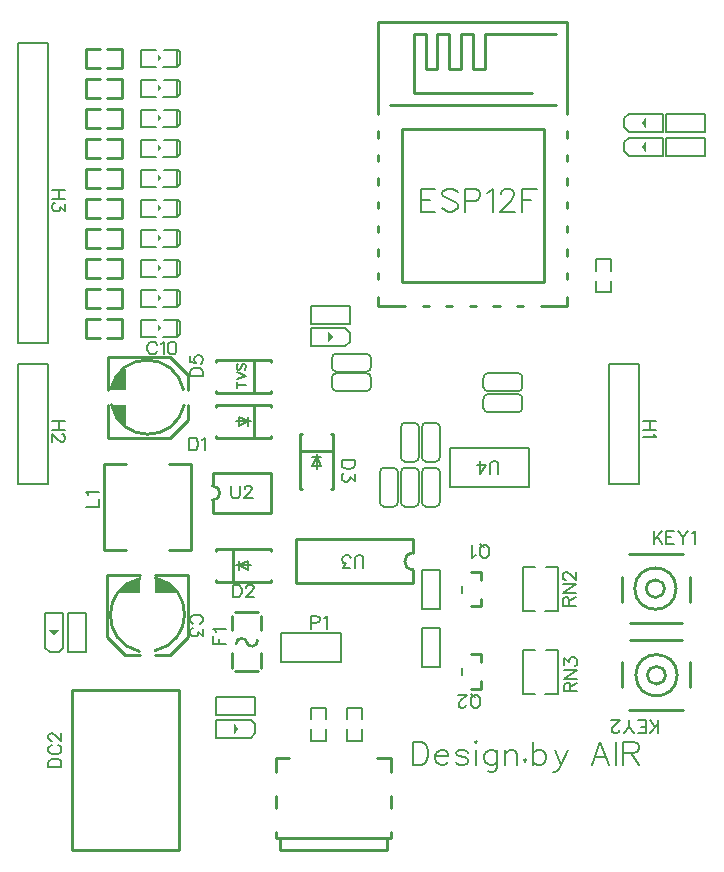
<source format=gto>
G04 Layer: TopSilkLayer*
G04 EasyEDA v6.4.19.4, 2021-06-08T16:32:54+08:00*
G04 a09ed18009a84ab5a87bbd9c58a990bc,2444bf6f38dc4a26b464d521983d9d6f,10*
G04 Gerber Generator version 0.2*
G04 Scale: 100 percent, Rotated: No, Reflected: No *
G04 Dimensions in millimeters *
G04 leading zeros omitted , absolute positions ,4 integer and 5 decimal *
%FSLAX45Y45*%
%MOMM*%

%ADD10C,0.2540*%
%ADD41C,0.1524*%
%ADD42C,0.2032*%
%ADD43C,0.1270*%
%ADD44C,0.2030*%
%ADD45C,0.1500*%
%ADD46C,0.2000*%
%ADD47C,0.2007*%

%LPD*%
D42*
X2501900Y-2919221D02*
G01*
X2501900Y-3113023D01*
X2501900Y-2919221D02*
G01*
X2566670Y-2919221D01*
X2594356Y-2928365D01*
X2612643Y-2946907D01*
X2622041Y-2965450D01*
X2631186Y-2993136D01*
X2631186Y-3039110D01*
X2622041Y-3067050D01*
X2612643Y-3085337D01*
X2594356Y-3103879D01*
X2566670Y-3113023D01*
X2501900Y-3113023D01*
X2692145Y-3039110D02*
G01*
X2802890Y-3039110D01*
X2802890Y-3020821D01*
X2793745Y-3002279D01*
X2784602Y-2993136D01*
X2766059Y-2983737D01*
X2738374Y-2983737D01*
X2719831Y-2993136D01*
X2701290Y-3011423D01*
X2692145Y-3039110D01*
X2692145Y-3057652D01*
X2701290Y-3085337D01*
X2719831Y-3103879D01*
X2738374Y-3113023D01*
X2766059Y-3113023D01*
X2784602Y-3103879D01*
X2802890Y-3085337D01*
X2965450Y-3011423D02*
G01*
X2956306Y-2993136D01*
X2928620Y-2983737D01*
X2900934Y-2983737D01*
X2873247Y-2993136D01*
X2863850Y-3011423D01*
X2873247Y-3029965D01*
X2891790Y-3039110D01*
X2937763Y-3048507D01*
X2956306Y-3057652D01*
X2965450Y-3076194D01*
X2965450Y-3085337D01*
X2956306Y-3103879D01*
X2928620Y-3113023D01*
X2900934Y-3113023D01*
X2873247Y-3103879D01*
X2863850Y-3085337D01*
X3026409Y-2919221D02*
G01*
X3035808Y-2928365D01*
X3044952Y-2919221D01*
X3035808Y-2909823D01*
X3026409Y-2919221D01*
X3035808Y-2983737D02*
G01*
X3035808Y-3113023D01*
X3216909Y-2983737D02*
G01*
X3216909Y-3131565D01*
X3207511Y-3159252D01*
X3198368Y-3168650D01*
X3179825Y-3177794D01*
X3152140Y-3177794D01*
X3133597Y-3168650D01*
X3216909Y-3011423D02*
G01*
X3198368Y-2993136D01*
X3179825Y-2983737D01*
X3152140Y-2983737D01*
X3133597Y-2993136D01*
X3115309Y-3011423D01*
X3105911Y-3039110D01*
X3105911Y-3057652D01*
X3115309Y-3085337D01*
X3133597Y-3103879D01*
X3152140Y-3113023D01*
X3179825Y-3113023D01*
X3198368Y-3103879D01*
X3216909Y-3085337D01*
X3277870Y-2983737D02*
G01*
X3277870Y-3113023D01*
X3277870Y-3020821D02*
G01*
X3305556Y-2993136D01*
X3323843Y-2983737D01*
X3351529Y-2983737D01*
X3370072Y-2993136D01*
X3379470Y-3020821D01*
X3379470Y-3113023D01*
X3449574Y-3067050D02*
G01*
X3440429Y-3076194D01*
X3449574Y-3085337D01*
X3458718Y-3076194D01*
X3449574Y-3067050D01*
X3519677Y-2919221D02*
G01*
X3519677Y-3113023D01*
X3519677Y-3011423D02*
G01*
X3538220Y-2993136D01*
X3556761Y-2983737D01*
X3584447Y-2983737D01*
X3602990Y-2993136D01*
X3621277Y-3011423D01*
X3630675Y-3039110D01*
X3630675Y-3057652D01*
X3621277Y-3085337D01*
X3602990Y-3103879D01*
X3584447Y-3113023D01*
X3556761Y-3113023D01*
X3538220Y-3103879D01*
X3519677Y-3085337D01*
X3700779Y-2983737D02*
G01*
X3756152Y-3113023D01*
X3811524Y-2983737D02*
G01*
X3756152Y-3113023D01*
X3737609Y-3150107D01*
X3719322Y-3168650D01*
X3700779Y-3177794D01*
X3691636Y-3177794D01*
X4088638Y-2919221D02*
G01*
X4014724Y-3113023D01*
X4088638Y-2919221D02*
G01*
X4162552Y-3113023D01*
X4042409Y-3048507D02*
G01*
X4134865Y-3048507D01*
X4223511Y-2919221D02*
G01*
X4223511Y-3113023D01*
X4284472Y-2919221D02*
G01*
X4284472Y-3113023D01*
X4284472Y-2919221D02*
G01*
X4367529Y-2919221D01*
X4395470Y-2928365D01*
X4404613Y-2937510D01*
X4413758Y-2956052D01*
X4413758Y-2974594D01*
X4404613Y-2993136D01*
X4395470Y-3002279D01*
X4367529Y-3011423D01*
X4284472Y-3011423D01*
X4349241Y-3011423D02*
G01*
X4413758Y-3113023D01*
D41*
X699008Y-1919478D02*
G01*
X709422Y-1914144D01*
X719836Y-1903729D01*
X724915Y-1893570D01*
X724915Y-1872742D01*
X719836Y-1862328D01*
X709422Y-1851913D01*
X699008Y-1846579D01*
X683259Y-1841500D01*
X657352Y-1841500D01*
X641858Y-1846579D01*
X631443Y-1851913D01*
X621029Y-1862328D01*
X615950Y-1872742D01*
X615950Y-1893570D01*
X621029Y-1903729D01*
X631443Y-1914144D01*
X641858Y-1919478D01*
X724915Y-1964181D02*
G01*
X724915Y-2021331D01*
X683259Y-1990089D01*
X683259Y-2005584D01*
X678179Y-2015997D01*
X673100Y-2021331D01*
X657352Y-2026412D01*
X646938Y-2026412D01*
X631443Y-2021331D01*
X621029Y-2010918D01*
X615950Y-1995170D01*
X615950Y-1979676D01*
X621029Y-1964181D01*
X626109Y-1958847D01*
X636524Y-1953768D01*
X331977Y445007D02*
G01*
X326643Y455421D01*
X316229Y465836D01*
X306070Y470915D01*
X285241Y470915D01*
X274827Y465836D01*
X264413Y455421D01*
X259079Y445007D01*
X254000Y429260D01*
X254000Y403352D01*
X259079Y387857D01*
X264413Y377444D01*
X274827Y367029D01*
X285241Y361950D01*
X306070Y361950D01*
X316229Y367029D01*
X326643Y377444D01*
X331977Y387857D01*
X366268Y450087D02*
G01*
X376681Y455421D01*
X392175Y470915D01*
X392175Y361950D01*
X457708Y470915D02*
G01*
X441959Y465836D01*
X431800Y450087D01*
X426465Y424179D01*
X426465Y408686D01*
X431800Y382523D01*
X441959Y367029D01*
X457708Y361950D01*
X468122Y361950D01*
X483615Y367029D01*
X494029Y382523D01*
X499109Y408686D01*
X499109Y424179D01*
X494029Y450087D01*
X483615Y465836D01*
X468122Y470915D01*
X457708Y470915D01*
X609600Y-341884D02*
G01*
X609600Y-450850D01*
X609600Y-341884D02*
G01*
X645922Y-341884D01*
X661670Y-346963D01*
X671829Y-357378D01*
X677163Y-367792D01*
X682243Y-383539D01*
X682243Y-409447D01*
X677163Y-424942D01*
X671829Y-435355D01*
X661670Y-445770D01*
X645922Y-450850D01*
X609600Y-450850D01*
X716534Y-362712D02*
G01*
X726947Y-357378D01*
X742695Y-341884D01*
X742695Y-450850D01*
X977900Y-1586484D02*
G01*
X977900Y-1695450D01*
X977900Y-1586484D02*
G01*
X1014222Y-1586484D01*
X1029970Y-1591563D01*
X1040129Y-1601978D01*
X1045463Y-1612392D01*
X1050543Y-1628139D01*
X1050543Y-1654047D01*
X1045463Y-1669542D01*
X1040129Y-1679955D01*
X1029970Y-1690370D01*
X1014222Y-1695450D01*
X977900Y-1695450D01*
X1090168Y-1612392D02*
G01*
X1090168Y-1607312D01*
X1095247Y-1596897D01*
X1100581Y-1591563D01*
X1110995Y-1586484D01*
X1131570Y-1586484D01*
X1141984Y-1591563D01*
X1147318Y-1596897D01*
X1152397Y-1607312D01*
X1152397Y-1617726D01*
X1147318Y-1628139D01*
X1136904Y-1643634D01*
X1084834Y-1695450D01*
X1157731Y-1695450D01*
X2007615Y-535939D02*
G01*
X1898650Y-535939D01*
X2007615Y-535939D02*
G01*
X2007615Y-572262D01*
X2002536Y-588010D01*
X1992122Y-598170D01*
X1981708Y-603504D01*
X1965959Y-608584D01*
X1940052Y-608584D01*
X1924558Y-603504D01*
X1914143Y-598170D01*
X1903729Y-588010D01*
X1898650Y-572262D01*
X1898650Y-535939D01*
X2007615Y-653287D02*
G01*
X2007615Y-710437D01*
X1965959Y-679450D01*
X1965959Y-694944D01*
X1960879Y-705357D01*
X1955800Y-710437D01*
X1940052Y-715771D01*
X1929638Y-715771D01*
X1914143Y-710437D01*
X1903729Y-700023D01*
X1898650Y-684529D01*
X1898650Y-669036D01*
X1903729Y-653287D01*
X1908809Y-648207D01*
X1919224Y-642873D01*
X615289Y177487D02*
G01*
X724255Y177487D01*
X615289Y177487D02*
G01*
X615289Y213809D01*
X620369Y229557D01*
X630783Y239717D01*
X641197Y245051D01*
X656945Y250131D01*
X682853Y250131D01*
X698347Y245051D01*
X708761Y239717D01*
X719175Y229557D01*
X724255Y213809D01*
X724255Y177487D01*
X615289Y346905D02*
G01*
X615289Y294835D01*
X662025Y289755D01*
X656945Y294835D01*
X651611Y310583D01*
X651611Y326077D01*
X656945Y341571D01*
X667105Y351985D01*
X682853Y357319D01*
X693267Y357319D01*
X708761Y351985D01*
X719175Y341571D01*
X724255Y326077D01*
X724255Y310583D01*
X719175Y294835D01*
X714095Y289755D01*
X703681Y284421D01*
D42*
X1011529Y101541D02*
G01*
X1087729Y101541D01*
X1011529Y76141D02*
G01*
X1011529Y127195D01*
X1011529Y151071D02*
G01*
X1087729Y180281D01*
X1011529Y209237D02*
G01*
X1087729Y180281D01*
X1022451Y284167D02*
G01*
X1015085Y276801D01*
X1011529Y266133D01*
X1011529Y251401D01*
X1015085Y240479D01*
X1022451Y233367D01*
X1029563Y233367D01*
X1036929Y236923D01*
X1040485Y240479D01*
X1044295Y247845D01*
X1051407Y269689D01*
X1055217Y276801D01*
X1058773Y280611D01*
X1066139Y284167D01*
X1076807Y284167D01*
X1084173Y276801D01*
X1087729Y266133D01*
X1087729Y251401D01*
X1084173Y240479D01*
X1076807Y233367D01*
D41*
X-583915Y-3132099D02*
G01*
X-474949Y-3132099D01*
X-583915Y-3132099D02*
G01*
X-583915Y-3095777D01*
X-578835Y-3080029D01*
X-568421Y-3069869D01*
X-558007Y-3064535D01*
X-542259Y-3059455D01*
X-516351Y-3059455D01*
X-500857Y-3064535D01*
X-490443Y-3069869D01*
X-480029Y-3080029D01*
X-474949Y-3095777D01*
X-474949Y-3132099D01*
X-558007Y-2947187D02*
G01*
X-568421Y-2952267D01*
X-578835Y-2962681D01*
X-583915Y-2973095D01*
X-583915Y-2993923D01*
X-578835Y-3004337D01*
X-568421Y-3014751D01*
X-558007Y-3019831D01*
X-542259Y-3025165D01*
X-516351Y-3025165D01*
X-500857Y-3019831D01*
X-490443Y-3014751D01*
X-480029Y-3004337D01*
X-474949Y-2993923D01*
X-474949Y-2973095D01*
X-480029Y-2962681D01*
X-490443Y-2952267D01*
X-500857Y-2947187D01*
X-558007Y-2907563D02*
G01*
X-563087Y-2907563D01*
X-573501Y-2902483D01*
X-578835Y-2897149D01*
X-583915Y-2886989D01*
X-583915Y-2866161D01*
X-578835Y-2855747D01*
X-573501Y-2850413D01*
X-563087Y-2845333D01*
X-552673Y-2845333D01*
X-542259Y-2850413D01*
X-526765Y-2860827D01*
X-474949Y-2912897D01*
X-474949Y-2839999D01*
X811784Y-2087892D02*
G01*
X920750Y-2087892D01*
X811784Y-2087892D02*
G01*
X811784Y-2020328D01*
X863600Y-2087892D02*
G01*
X863600Y-2046236D01*
X832611Y-1986038D02*
G01*
X827277Y-1975624D01*
X811784Y-1960130D01*
X920750Y-1960130D01*
X4560315Y-203200D02*
G01*
X4451350Y-203200D01*
X4560315Y-275844D02*
G01*
X4451350Y-275844D01*
X4508500Y-203200D02*
G01*
X4508500Y-275844D01*
X4539488Y-310134D02*
G01*
X4544822Y-320547D01*
X4560315Y-336295D01*
X4451350Y-336295D01*
X-443484Y-203200D02*
G01*
X-552450Y-203200D01*
X-443484Y-275844D02*
G01*
X-552450Y-275844D01*
X-495300Y-203200D02*
G01*
X-495300Y-275844D01*
X-469392Y-315468D02*
G01*
X-464312Y-315468D01*
X-453897Y-320547D01*
X-448563Y-325881D01*
X-443484Y-336295D01*
X-443484Y-356870D01*
X-448563Y-367284D01*
X-453897Y-372618D01*
X-464312Y-377697D01*
X-474726Y-377697D01*
X-485139Y-372618D01*
X-500634Y-362204D01*
X-552450Y-310134D01*
X-552450Y-383031D01*
X-443484Y1752600D02*
G01*
X-552450Y1752600D01*
X-443484Y1679955D02*
G01*
X-552450Y1679955D01*
X-495300Y1752600D02*
G01*
X-495300Y1679955D01*
X-443484Y1635252D02*
G01*
X-443484Y1578102D01*
X-485139Y1609089D01*
X-485139Y1593595D01*
X-490220Y1583181D01*
X-495300Y1578102D01*
X-511047Y1572768D01*
X-521462Y1572768D01*
X-536955Y1578102D01*
X-547370Y1588515D01*
X-552450Y1604010D01*
X-552450Y1619504D01*
X-547370Y1635252D01*
X-542289Y1640331D01*
X-531876Y1645665D01*
X4539106Y-1132890D02*
G01*
X4539106Y-1241856D01*
X4611750Y-1132890D02*
G01*
X4539106Y-1205534D01*
X4565015Y-1179626D02*
G01*
X4611750Y-1241856D01*
X4646040Y-1132890D02*
G01*
X4646040Y-1241856D01*
X4646040Y-1132890D02*
G01*
X4713604Y-1132890D01*
X4646040Y-1184706D02*
G01*
X4687697Y-1184706D01*
X4646040Y-1241856D02*
G01*
X4713604Y-1241856D01*
X4747895Y-1132890D02*
G01*
X4789550Y-1184706D01*
X4789550Y-1241856D01*
X4831206Y-1132890D02*
G01*
X4789550Y-1184706D01*
X4865497Y-1153718D02*
G01*
X4875656Y-1148384D01*
X4891404Y-1132890D01*
X4891404Y-1241856D01*
X4579493Y-2842209D02*
G01*
X4579493Y-2733243D01*
X4506849Y-2842209D02*
G01*
X4579493Y-2769565D01*
X4553584Y-2795473D02*
G01*
X4506849Y-2733243D01*
X4472559Y-2842209D02*
G01*
X4472559Y-2733243D01*
X4472559Y-2842209D02*
G01*
X4404995Y-2842209D01*
X4472559Y-2790393D02*
G01*
X4430902Y-2790393D01*
X4472559Y-2733243D02*
G01*
X4404995Y-2733243D01*
X4370704Y-2842209D02*
G01*
X4329049Y-2790393D01*
X4329049Y-2733243D01*
X4287393Y-2842209D02*
G01*
X4329049Y-2790393D01*
X4248022Y-2816301D02*
G01*
X4248022Y-2821381D01*
X4242943Y-2831795D01*
X4237609Y-2837129D01*
X4227195Y-2842209D01*
X4206366Y-2842209D01*
X4195952Y-2837129D01*
X4190872Y-2831795D01*
X4185793Y-2821381D01*
X4185793Y-2810967D01*
X4190872Y-2800553D01*
X4201286Y-2785059D01*
X4253102Y-2733243D01*
X4180459Y-2733243D01*
X-267715Y-927100D02*
G01*
X-158750Y-927100D01*
X-158750Y-927100D02*
G01*
X-158750Y-864870D01*
X-246887Y-830579D02*
G01*
X-252221Y-820165D01*
X-267715Y-804418D01*
X-158750Y-804418D01*
X1638300Y-1853184D02*
G01*
X1638300Y-1962150D01*
X1638300Y-1853184D02*
G01*
X1685036Y-1853184D01*
X1700529Y-1858263D01*
X1705863Y-1863597D01*
X1710943Y-1874012D01*
X1710943Y-1889505D01*
X1705863Y-1899920D01*
X1700529Y-1905000D01*
X1685036Y-1910334D01*
X1638300Y-1910334D01*
X1745234Y-1874012D02*
G01*
X1755647Y-1868678D01*
X1771395Y-1853184D01*
X1771395Y-1962150D01*
X3118358Y-1359915D02*
G01*
X3128772Y-1354836D01*
X3139186Y-1344421D01*
X3144520Y-1334007D01*
X3149600Y-1318260D01*
X3149600Y-1292352D01*
X3144520Y-1276857D01*
X3139186Y-1266444D01*
X3128772Y-1256029D01*
X3118358Y-1250950D01*
X3097529Y-1250950D01*
X3087370Y-1256029D01*
X3076956Y-1266444D01*
X3071622Y-1276857D01*
X3066541Y-1292352D01*
X3066541Y-1318260D01*
X3071622Y-1334007D01*
X3076956Y-1344421D01*
X3087370Y-1354836D01*
X3097529Y-1359915D01*
X3118358Y-1359915D01*
X3102863Y-1271523D02*
G01*
X3071622Y-1240536D01*
X3032252Y-1339087D02*
G01*
X3021838Y-1344421D01*
X3006090Y-1359915D01*
X3006090Y-1250950D01*
X3042158Y-2629915D02*
G01*
X3052572Y-2624836D01*
X3062986Y-2614421D01*
X3068320Y-2604007D01*
X3073400Y-2588260D01*
X3073400Y-2562352D01*
X3068320Y-2546857D01*
X3062986Y-2536444D01*
X3052572Y-2526029D01*
X3042158Y-2520950D01*
X3021329Y-2520950D01*
X3011170Y-2526029D01*
X3000756Y-2536444D01*
X2995422Y-2546857D01*
X2990341Y-2562352D01*
X2990341Y-2588260D01*
X2995422Y-2604007D01*
X3000756Y-2614421D01*
X3011170Y-2624836D01*
X3021329Y-2629915D01*
X3042158Y-2629915D01*
X3026663Y-2541523D02*
G01*
X2995422Y-2510536D01*
X2950718Y-2604007D02*
G01*
X2950718Y-2609087D01*
X2945638Y-2619502D01*
X2940304Y-2624836D01*
X2929890Y-2629915D01*
X2909315Y-2629915D01*
X2898902Y-2624836D01*
X2893568Y-2619502D01*
X2888488Y-2609087D01*
X2888488Y-2598673D01*
X2893568Y-2588260D01*
X2903981Y-2572765D01*
X2956052Y-2520950D01*
X2883154Y-2520950D01*
X3770884Y-1765300D02*
G01*
X3879850Y-1765300D01*
X3770884Y-1765300D02*
G01*
X3770884Y-1718563D01*
X3775963Y-1703070D01*
X3781297Y-1697736D01*
X3791711Y-1692655D01*
X3802125Y-1692655D01*
X3812540Y-1697736D01*
X3817620Y-1703070D01*
X3822700Y-1718563D01*
X3822700Y-1765300D01*
X3822700Y-1728978D02*
G01*
X3879850Y-1692655D01*
X3770884Y-1658365D02*
G01*
X3879850Y-1658365D01*
X3770884Y-1658365D02*
G01*
X3879850Y-1585468D01*
X3770884Y-1585468D02*
G01*
X3879850Y-1585468D01*
X3796791Y-1546097D02*
G01*
X3791711Y-1546097D01*
X3781297Y-1540763D01*
X3775963Y-1535684D01*
X3770884Y-1525270D01*
X3770884Y-1504442D01*
X3775963Y-1494028D01*
X3781297Y-1488947D01*
X3791711Y-1483613D01*
X3802125Y-1483613D01*
X3812540Y-1488947D01*
X3828034Y-1499362D01*
X3879850Y-1551178D01*
X3879850Y-1478534D01*
X3783584Y-2489200D02*
G01*
X3892550Y-2489200D01*
X3783584Y-2489200D02*
G01*
X3783584Y-2442463D01*
X3788663Y-2426970D01*
X3793997Y-2421636D01*
X3804411Y-2416555D01*
X3814825Y-2416555D01*
X3825240Y-2421636D01*
X3830320Y-2426970D01*
X3835400Y-2442463D01*
X3835400Y-2489200D01*
X3835400Y-2452878D02*
G01*
X3892550Y-2416555D01*
X3783584Y-2382265D02*
G01*
X3892550Y-2382265D01*
X3783584Y-2382265D02*
G01*
X3892550Y-2309368D01*
X3783584Y-2309368D02*
G01*
X3892550Y-2309368D01*
X3783584Y-2264663D02*
G01*
X3783584Y-2207513D01*
X3825240Y-2238755D01*
X3825240Y-2223262D01*
X3830320Y-2212847D01*
X3835400Y-2207513D01*
X3851147Y-2202434D01*
X3861561Y-2202434D01*
X3877056Y-2207513D01*
X3887470Y-2217928D01*
X3892550Y-2233676D01*
X3892550Y-2249170D01*
X3887470Y-2264663D01*
X3882390Y-2269997D01*
X3871975Y-2275078D01*
D42*
X2569921Y1765132D02*
G01*
X2569921Y1571330D01*
X2569921Y1765132D02*
G01*
X2689809Y1765132D01*
X2569921Y1672930D02*
G01*
X2643581Y1672930D01*
X2569921Y1571330D02*
G01*
X2689809Y1571330D01*
X2880055Y1737446D02*
G01*
X2861767Y1755988D01*
X2834081Y1765132D01*
X2796997Y1765132D01*
X2769311Y1755988D01*
X2750769Y1737446D01*
X2750769Y1719158D01*
X2760167Y1700616D01*
X2769311Y1691472D01*
X2787853Y1682074D01*
X2843225Y1663532D01*
X2861767Y1654388D01*
X2870911Y1645244D01*
X2880055Y1626702D01*
X2880055Y1599016D01*
X2861767Y1580474D01*
X2834081Y1571330D01*
X2796997Y1571330D01*
X2769311Y1580474D01*
X2750769Y1599016D01*
X2941015Y1765132D02*
G01*
X2941015Y1571330D01*
X2941015Y1765132D02*
G01*
X3024327Y1765132D01*
X3052013Y1755988D01*
X3061157Y1746844D01*
X3070301Y1728302D01*
X3070301Y1700616D01*
X3061157Y1682074D01*
X3052013Y1672930D01*
X3024327Y1663532D01*
X2941015Y1663532D01*
X3131261Y1728302D02*
G01*
X3149803Y1737446D01*
X3177489Y1765132D01*
X3177489Y1571330D01*
X3247847Y1719158D02*
G01*
X3247847Y1728302D01*
X3256991Y1746844D01*
X3266135Y1755988D01*
X3284677Y1765132D01*
X3321761Y1765132D01*
X3340049Y1755988D01*
X3349447Y1746844D01*
X3358591Y1728302D01*
X3358591Y1709760D01*
X3349447Y1691472D01*
X3330905Y1663532D01*
X3238449Y1571330D01*
X3367735Y1571330D01*
X3428695Y1765132D02*
G01*
X3428695Y1571330D01*
X3428695Y1765132D02*
G01*
X3548837Y1765132D01*
X3428695Y1672930D02*
G01*
X3502609Y1672930D01*
D41*
X965200Y-748284D02*
G01*
X965200Y-826262D01*
X970279Y-841755D01*
X980693Y-852170D01*
X996441Y-857250D01*
X1006856Y-857250D01*
X1022350Y-852170D01*
X1032763Y-841755D01*
X1037843Y-826262D01*
X1037843Y-748284D01*
X1077468Y-774192D02*
G01*
X1077468Y-769112D01*
X1082547Y-758697D01*
X1087881Y-753363D01*
X1098295Y-748284D01*
X1118870Y-748284D01*
X1129284Y-753363D01*
X1134618Y-758697D01*
X1139697Y-769112D01*
X1139697Y-779526D01*
X1134618Y-789939D01*
X1124204Y-805434D01*
X1072134Y-857250D01*
X1145031Y-857250D01*
X2082800Y-1448815D02*
G01*
X2082800Y-1370837D01*
X2077720Y-1355344D01*
X2067306Y-1344929D01*
X2051558Y-1339850D01*
X2041143Y-1339850D01*
X2025650Y-1344929D01*
X2015236Y-1355344D01*
X2010156Y-1370837D01*
X2010156Y-1448815D01*
X1965452Y-1448815D02*
G01*
X1908302Y-1448815D01*
X1939290Y-1407160D01*
X1923795Y-1407160D01*
X1913381Y-1402079D01*
X1908302Y-1397000D01*
X1902968Y-1381252D01*
X1902968Y-1370837D01*
X1908302Y-1355344D01*
X1918715Y-1344929D01*
X1934209Y-1339850D01*
X1949704Y-1339850D01*
X1965452Y-1344929D01*
X1970531Y-1350010D01*
X1975865Y-1360423D01*
X3225800Y-648715D02*
G01*
X3225800Y-570737D01*
X3220720Y-555244D01*
X3210306Y-544829D01*
X3194558Y-539750D01*
X3184143Y-539750D01*
X3168650Y-544829D01*
X3158236Y-555244D01*
X3153156Y-570737D01*
X3153156Y-648715D01*
X3066795Y-648715D02*
G01*
X3118865Y-576071D01*
X3040888Y-576071D01*
X3066795Y-648715D02*
G01*
X3066795Y-539750D01*
G36*
X145491Y-1537462D02*
G01*
X76200Y-1587500D01*
X63500Y-1594002D01*
X12700Y-1657502D01*
X190500Y-1657502D01*
X190500Y-1542897D01*
X185064Y-1537462D01*
G37*
G36*
X322935Y-1530908D02*
G01*
X317500Y-1536344D01*
X317500Y-1656080D01*
X495300Y-1656080D01*
X444500Y-1587500D01*
X421640Y-1582420D01*
X362508Y-1530908D01*
G37*
G36*
X-44602Y-63500D02*
G01*
X-50038Y-68935D01*
X-50038Y-108508D01*
X0Y-177800D01*
X6502Y-190500D01*
X70002Y-241300D01*
X70002Y-63500D01*
G37*
G36*
X68580Y241300D02*
G01*
X0Y190500D01*
X-5080Y167640D01*
X-56591Y108508D01*
X-56591Y68935D01*
X-51155Y63500D01*
X68580Y63500D01*
G37*
G36*
X344576Y2906217D02*
G01*
X343611Y2834233D01*
X369570Y2870200D01*
G37*
G36*
X344576Y2652217D02*
G01*
X343611Y2580233D01*
X369570Y2616200D01*
G37*
G36*
X344576Y2398217D02*
G01*
X343611Y2326233D01*
X369570Y2362200D01*
G37*
G36*
X344576Y2144217D02*
G01*
X343611Y2072233D01*
X369570Y2108200D01*
G37*
G36*
X344576Y1890217D02*
G01*
X343611Y1818233D01*
X369570Y1854200D01*
G37*
G36*
X344576Y620217D02*
G01*
X343611Y548233D01*
X369570Y584200D01*
G37*
G36*
X344576Y874217D02*
G01*
X343611Y802233D01*
X369570Y838200D01*
G37*
G36*
X344576Y1128217D02*
G01*
X343611Y1056233D01*
X369570Y1092200D01*
G37*
G36*
X-584200Y-1974850D02*
G01*
X-533400Y-2012950D01*
X-482600Y-1974850D01*
G37*
G36*
X984250Y-2755900D02*
G01*
X984250Y-2857500D01*
X1022350Y-2806700D01*
G37*
G36*
X344576Y1382217D02*
G01*
X343611Y1310233D01*
X369570Y1346200D01*
G37*
G36*
X344576Y1636217D02*
G01*
X343611Y1564233D01*
X369570Y1600200D01*
G37*
G36*
X1784350Y558800D02*
G01*
X1784350Y457200D01*
X1822450Y508000D01*
G37*
G36*
X4476750Y2374900D02*
G01*
X4438650Y2324100D01*
X4476750Y2273300D01*
G37*
G36*
X4476750Y2171700D02*
G01*
X4438650Y2120900D01*
X4476750Y2070100D01*
G37*
D10*
X2278799Y-3831800D02*
G01*
X2278799Y-3730200D01*
X1378800Y-3831800D02*
G01*
X1378800Y-3730200D01*
X1378800Y-3831800D02*
G01*
X2278799Y-3831800D01*
X1455668Y-3057100D02*
G01*
X1339298Y-3057100D01*
X2318301Y-3174687D02*
G01*
X2318301Y-3057100D01*
X2201423Y-3057100D01*
X2318301Y-3474686D02*
G01*
X2318301Y-3380915D01*
X2318301Y-3730200D02*
G01*
X2318301Y-3680914D01*
X1340401Y-3474694D02*
G01*
X1340401Y-3463500D01*
X2318301Y-3730200D02*
G01*
X1340401Y-3730200D01*
X1340401Y-3680907D01*
X1339298Y-3380915D02*
G01*
X1339298Y-3474686D01*
X1339298Y-3054700D02*
G01*
X1339298Y-3174687D01*
D41*
X1635739Y-2811221D02*
G01*
X1635739Y-2907108D01*
X1767860Y-2907108D01*
X1767860Y-2811221D01*
X1635739Y-2725978D02*
G01*
X1635739Y-2630091D01*
X1767860Y-2630091D01*
X1767860Y-2725978D01*
X1940539Y-2811221D02*
G01*
X1940539Y-2907108D01*
X2072660Y-2907108D01*
X2072660Y-2811221D01*
X1940539Y-2725978D02*
G01*
X1940539Y-2630091D01*
X2072660Y-2630091D01*
X2072660Y-2725978D01*
D42*
X2108200Y203200D02*
G01*
X1854200Y203200D01*
X1854200Y50800D02*
G01*
X2108200Y50800D01*
X2146300Y88900D02*
G01*
X2146300Y165100D01*
X1816100Y165100D02*
G01*
X1816100Y88900D01*
X2108200Y368300D02*
G01*
X1854200Y368300D01*
X1854200Y215900D02*
G01*
X2108200Y215900D01*
X2146300Y254000D02*
G01*
X2146300Y330200D01*
X1816100Y330200D02*
G01*
X1816100Y254000D01*
D10*
X190500Y-1504950D02*
G01*
X-88900Y-1504950D01*
X-88900Y-2032000D01*
X63500Y-2184400D01*
X190500Y-2184400D01*
X317500Y-1504950D02*
G01*
X596900Y-1504950D01*
X596900Y-2032000D01*
X444500Y-2184400D01*
X317500Y-2184400D01*
D42*
X2374900Y-889000D02*
G01*
X2374900Y-635000D01*
X2222500Y-635000D02*
G01*
X2222500Y-889000D01*
X2260600Y-927100D02*
G01*
X2336800Y-927100D01*
X2336800Y-596900D02*
G01*
X2260600Y-596900D01*
X2730500Y-889000D02*
G01*
X2730500Y-635000D01*
X2578100Y-635000D02*
G01*
X2578100Y-889000D01*
X2616200Y-927100D02*
G01*
X2692400Y-927100D01*
X2692400Y-596900D02*
G01*
X2616200Y-596900D01*
D10*
X-82550Y-63500D02*
G01*
X-82550Y-342900D01*
X444500Y-342900D01*
X596900Y-190500D01*
X596900Y-63500D01*
X-82550Y63500D02*
G01*
X-82550Y342900D01*
X444500Y342900D01*
X596900Y190500D01*
X596900Y63500D01*
D42*
X2552700Y-889000D02*
G01*
X2552700Y-635000D01*
X2400300Y-635000D02*
G01*
X2400300Y-889000D01*
X2438400Y-927100D02*
G01*
X2514600Y-927100D01*
X2514600Y-596900D02*
G01*
X2438400Y-596900D01*
X3136900Y50800D02*
G01*
X3390900Y50800D01*
X3390900Y203200D02*
G01*
X3136900Y203200D01*
X3098800Y165100D02*
G01*
X3098800Y88900D01*
X3429000Y88900D02*
G01*
X3429000Y165100D01*
X3136900Y-127000D02*
G01*
X3390900Y-127000D01*
X3390900Y25400D02*
G01*
X3136900Y25400D01*
X3098800Y-12700D02*
G01*
X3098800Y-88900D01*
X3429000Y-88900D02*
G01*
X3429000Y-12700D01*
X2578100Y-254000D02*
G01*
X2578100Y-508000D01*
X2730500Y-508000D02*
G01*
X2730500Y-254000D01*
X2692400Y-215900D02*
G01*
X2616200Y-215900D01*
X2616200Y-546100D02*
G01*
X2692400Y-546100D01*
X2400300Y-254000D02*
G01*
X2400300Y-508000D01*
X2552700Y-508000D02*
G01*
X2552700Y-254000D01*
X2514600Y-215900D02*
G01*
X2438400Y-215900D01*
X2438400Y-546100D02*
G01*
X2514600Y-546100D01*
D43*
X1004061Y-203200D02*
G01*
X1131061Y-203200D01*
X1029461Y-203200D02*
G01*
X1029461Y-241300D01*
X1029461Y-241300D02*
G01*
X1105661Y-203200D01*
X1105661Y-203200D02*
G01*
X1105661Y-241300D01*
X1029461Y-203200D02*
G01*
X1029461Y-165100D01*
X1029461Y-165100D02*
G01*
X1105661Y-203200D01*
X1105661Y-203200D02*
G01*
X1105661Y-165100D01*
D10*
X1153159Y-63202D02*
G01*
X1153159Y-343199D01*
X1296797Y-343197D02*
G01*
X836800Y-343199D01*
X1296797Y-63202D02*
G01*
X836800Y-63200D01*
X1296797Y-343197D02*
G01*
X1296797Y-326313D01*
X1296797Y-80086D02*
G01*
X1296797Y-63202D01*
X836800Y-343199D02*
G01*
X836800Y-326313D01*
X836800Y-80086D02*
G01*
X836800Y-63200D01*
D43*
X1129538Y-1422400D02*
G01*
X1002538Y-1422400D01*
X1104138Y-1422400D02*
G01*
X1104138Y-1384300D01*
X1104138Y-1384300D02*
G01*
X1027938Y-1422400D01*
X1027938Y-1422400D02*
G01*
X1027938Y-1384300D01*
X1104138Y-1422400D02*
G01*
X1104138Y-1460500D01*
X1104138Y-1460500D02*
G01*
X1027938Y-1422400D01*
X1027938Y-1422400D02*
G01*
X1027938Y-1460500D01*
D10*
X980440Y-1562397D02*
G01*
X980440Y-1282400D01*
X836802Y-1282402D02*
G01*
X1296799Y-1282400D01*
X836802Y-1562397D02*
G01*
X1296799Y-1562399D01*
X836802Y-1282402D02*
G01*
X836802Y-1299286D01*
X836802Y-1545513D02*
G01*
X836802Y-1562397D01*
X1296799Y-1282400D02*
G01*
X1296799Y-1299286D01*
X1296799Y-1545513D02*
G01*
X1296799Y-1562399D01*
D43*
X1689100Y-608837D02*
G01*
X1689100Y-481837D01*
X1689100Y-583437D02*
G01*
X1727200Y-583437D01*
X1727200Y-583437D02*
G01*
X1689100Y-507237D01*
X1689100Y-507237D02*
G01*
X1727200Y-507237D01*
X1689100Y-583437D02*
G01*
X1651000Y-583437D01*
X1651000Y-583437D02*
G01*
X1689100Y-507237D01*
X1689100Y-507237D02*
G01*
X1651000Y-507237D01*
D10*
X1549102Y-459739D02*
G01*
X1829099Y-459739D01*
X1829097Y-316103D02*
G01*
X1829099Y-776099D01*
X1549102Y-316103D02*
G01*
X1549100Y-776099D01*
X1829097Y-316103D02*
G01*
X1812213Y-316103D01*
X1565986Y-316103D02*
G01*
X1549102Y-316103D01*
X1829099Y-776099D02*
G01*
X1812213Y-776099D01*
X1565986Y-776099D02*
G01*
X1549100Y-776099D01*
X836805Y300903D02*
G01*
X836805Y317789D01*
X836805Y37790D02*
G01*
X836805Y54676D01*
X1296802Y300903D02*
G01*
X1296802Y317787D01*
X1296802Y37792D02*
G01*
X1296802Y54676D01*
X1296802Y317787D02*
G01*
X836805Y317789D01*
X1296802Y37792D02*
G01*
X836805Y37790D01*
X1153165Y317787D02*
G01*
X1153165Y37790D01*
X-380598Y-3081299D02*
G01*
X-380598Y-3831300D01*
X519402Y-3831300D01*
X519402Y-2481300D01*
X-380598Y-2481300D01*
X-380598Y-3081299D01*
X992200Y-1820097D02*
G01*
X1192199Y-1820097D01*
X992200Y-2320099D02*
G01*
X1192199Y-2320099D01*
X1212199Y-1970097D02*
G01*
X1212199Y-1850100D01*
X972200Y-1970097D02*
G01*
X972200Y-1850100D01*
X1212199Y-2170099D02*
G01*
X1212199Y-2290097D01*
X972200Y-2170099D02*
G01*
X972200Y-2290097D01*
D42*
X4419600Y-736600D02*
G01*
X4165600Y-736600D01*
X4165600Y279400D01*
X4419600Y279400D01*
X4419600Y88900D01*
D44*
X4419600Y-736600D02*
G01*
X4419600Y88900D01*
D42*
X-584200Y-736600D02*
G01*
X-838200Y-736600D01*
X-838200Y279400D01*
X-584200Y279400D01*
X-584200Y88900D01*
D44*
X-584200Y-736600D02*
G01*
X-584200Y88900D01*
D42*
X-584200Y2806700D02*
G01*
X-584200Y2997200D01*
X-838200Y2997200D01*
X-838200Y457200D01*
X-584200Y457200D01*
D44*
X-584200Y457200D02*
G01*
X-584200Y2806700D01*
D10*
X4331769Y-1325473D02*
G01*
X4786830Y-1325473D01*
X4848986Y-1518538D02*
G01*
X4848986Y-1732661D01*
X4779639Y-1915363D02*
G01*
X4338960Y-1915363D01*
X4269130Y-1732518D02*
G01*
X4269130Y-1518681D01*
X4786830Y-2649626D02*
G01*
X4331769Y-2649626D01*
X4269613Y-2456561D02*
G01*
X4269613Y-2242438D01*
X4338960Y-2059736D02*
G01*
X4779639Y-2059736D01*
X4849469Y-2242581D02*
G01*
X4849469Y-2456418D01*
X619000Y-562099D02*
G01*
X619000Y-1292097D01*
X436501Y-1292097D01*
X619000Y-562099D02*
G01*
X436628Y-562099D01*
X-110997Y-1292097D02*
G01*
X71373Y-1292097D01*
X-110997Y-1292097D02*
G01*
X-110997Y-562099D01*
X71501Y-562099D01*
D45*
X392600Y2943199D02*
G01*
X507598Y2943199D01*
X507598Y2798201D01*
X387598Y2798201D01*
X325600Y2797200D02*
G01*
X201599Y2797200D01*
X201599Y2942198D01*
X325600Y2942198D01*
X507598Y2943199D02*
G01*
X510600Y2943199D01*
X530600Y2923199D01*
X530600Y2821200D01*
X527598Y2818201D01*
X507598Y2798201D01*
X392600Y2689199D02*
G01*
X507598Y2689199D01*
X507598Y2544201D01*
X387598Y2544201D01*
X325600Y2543200D02*
G01*
X201599Y2543200D01*
X201599Y2688198D01*
X325600Y2688198D01*
X507598Y2689199D02*
G01*
X510600Y2689199D01*
X530600Y2669199D01*
X530600Y2567200D01*
X527598Y2564201D01*
X507598Y2544201D01*
X392600Y2435199D02*
G01*
X507598Y2435199D01*
X507598Y2290201D01*
X387598Y2290201D01*
X325600Y2289200D02*
G01*
X201599Y2289200D01*
X201599Y2434198D01*
X325600Y2434198D01*
X507598Y2435199D02*
G01*
X510600Y2435199D01*
X530600Y2415199D01*
X530600Y2313200D01*
X527598Y2310201D01*
X507598Y2290201D01*
X392600Y2181199D02*
G01*
X507598Y2181199D01*
X507598Y2036201D01*
X387598Y2036201D01*
X325600Y2035200D02*
G01*
X201599Y2035200D01*
X201599Y2180198D01*
X325600Y2180198D01*
X507598Y2181199D02*
G01*
X510600Y2181199D01*
X530600Y2161199D01*
X530600Y2059200D01*
X527598Y2056201D01*
X507598Y2036201D01*
X392600Y1927199D02*
G01*
X507598Y1927199D01*
X507598Y1782201D01*
X387598Y1782201D01*
X325600Y1781200D02*
G01*
X201599Y1781200D01*
X201599Y1926198D01*
X325600Y1926198D01*
X507598Y1927199D02*
G01*
X510600Y1927199D01*
X530600Y1907199D01*
X530600Y1805200D01*
X527598Y1802201D01*
X507598Y1782201D01*
X392600Y657199D02*
G01*
X507598Y657199D01*
X507598Y512201D01*
X387598Y512201D01*
X325600Y511200D02*
G01*
X201599Y511200D01*
X201599Y656198D01*
X325600Y656198D01*
X507598Y657199D02*
G01*
X510600Y657199D01*
X530600Y637199D01*
X530600Y535200D01*
X527598Y532201D01*
X507598Y512201D01*
X392600Y911199D02*
G01*
X507598Y911199D01*
X507598Y766201D01*
X387598Y766201D01*
X325600Y765200D02*
G01*
X201599Y765200D01*
X201599Y910198D01*
X325600Y910198D01*
X507598Y911199D02*
G01*
X510600Y911199D01*
X530600Y891199D01*
X530600Y789200D01*
X527598Y786201D01*
X507598Y766201D01*
X392600Y1165199D02*
G01*
X507598Y1165199D01*
X507598Y1020201D01*
X387598Y1020201D01*
X325600Y1019200D02*
G01*
X201599Y1019200D01*
X201599Y1164198D01*
X325600Y1164198D01*
X507598Y1165199D02*
G01*
X510600Y1165199D01*
X530600Y1145199D01*
X530600Y1043200D01*
X527598Y1040201D01*
X507598Y1020201D01*
D42*
X-457202Y-2120894D02*
G01*
X-457121Y-1828726D01*
X-609521Y-1828726D01*
X-609602Y-2120894D01*
X-571502Y-2158994D02*
G01*
X-609602Y-2120894D01*
X-495302Y-2158994D02*
G01*
X-457202Y-2120894D01*
X-571502Y-2158994D02*
G01*
X-495302Y-2158994D01*
X1130294Y-2730502D02*
G01*
X838126Y-2730421D01*
X838126Y-2882821D01*
X1130294Y-2882902D01*
X1168394Y-2844802D02*
G01*
X1130294Y-2882902D01*
X1168394Y-2768602D02*
G01*
X1130294Y-2730502D01*
X1168394Y-2844802D02*
G01*
X1168394Y-2768602D01*
D45*
X392600Y1419199D02*
G01*
X507598Y1419199D01*
X507598Y1274201D01*
X387598Y1274201D01*
X325600Y1273200D02*
G01*
X201599Y1273200D01*
X201599Y1418198D01*
X325600Y1418198D01*
X507598Y1419199D02*
G01*
X510600Y1419199D01*
X530600Y1399199D01*
X530600Y1297200D01*
X527598Y1294201D01*
X507598Y1274201D01*
X392600Y1673199D02*
G01*
X507598Y1673199D01*
X507598Y1528201D01*
X387598Y1528201D01*
X325600Y1527200D02*
G01*
X201599Y1527200D01*
X201599Y1672198D01*
X325600Y1672198D01*
X507598Y1673199D02*
G01*
X510600Y1673199D01*
X530600Y1653199D01*
X530600Y1551200D01*
X527598Y1548201D01*
X507598Y1528201D01*
D42*
X1930394Y584197D02*
G01*
X1638226Y584278D01*
X1638226Y431878D01*
X1930394Y431797D01*
X1968494Y469897D02*
G01*
X1930394Y431797D01*
X1968494Y546097D02*
G01*
X1930394Y584197D01*
X1968494Y469897D02*
G01*
X1968494Y546097D01*
X4330705Y2247902D02*
G01*
X4622873Y2247821D01*
X4622873Y2400221D01*
X4330705Y2400302D01*
X4292605Y2362202D02*
G01*
X4330705Y2400302D01*
X4292605Y2286002D02*
G01*
X4330705Y2247902D01*
X4292605Y2362202D02*
G01*
X4292605Y2286002D01*
X4330705Y2044702D02*
G01*
X4622873Y2044621D01*
X4622873Y2197021D01*
X4330705Y2197102D01*
X4292605Y2159002D02*
G01*
X4330705Y2197102D01*
X4292605Y2082802D02*
G01*
X4330705Y2044702D01*
X4292605Y2159002D02*
G01*
X4292605Y2082802D01*
X1892300Y-1993900D02*
G01*
X1892300Y-2245360D01*
X1384300Y-2245360D01*
X1384300Y-1993900D01*
X1892300Y-1993900D01*
D10*
X2993390Y-1479600D02*
G01*
X3074898Y-1479600D01*
X3074898Y-1545589D01*
X3074898Y-1705610D02*
G01*
X3074898Y-1771599D01*
X3074898Y-1705610D01*
X3074898Y-1771599D01*
X2993390Y-1771599D01*
D46*
X2919907Y-1595602D02*
G01*
X2919907Y-1655597D01*
D10*
X2993390Y-2178100D02*
G01*
X3074898Y-2178100D01*
X3074898Y-2244089D01*
X3074898Y-2404110D02*
G01*
X3074898Y-2470099D01*
X3074898Y-2404110D01*
X3074898Y-2470099D01*
X2993390Y-2470099D01*
D46*
X2919907Y-2294102D02*
G01*
X2919907Y-2354097D01*
D10*
X-269295Y2950202D02*
G01*
X-269295Y2790197D01*
X-84234Y2790708D02*
G01*
X40761Y2790708D01*
X-84234Y2950712D02*
G01*
X40761Y2950712D01*
X-144292Y2790197D02*
G01*
X-269295Y2790197D01*
X-144292Y2950202D02*
G01*
X-269295Y2950202D01*
X40761Y2950712D02*
G01*
X40761Y2790708D01*
X-269295Y2696202D02*
G01*
X-269295Y2536197D01*
X-84234Y2536708D02*
G01*
X40761Y2536708D01*
X-84234Y2696712D02*
G01*
X40761Y2696712D01*
X-144292Y2536197D02*
G01*
X-269295Y2536197D01*
X-144292Y2696202D02*
G01*
X-269295Y2696202D01*
X40761Y2696712D02*
G01*
X40761Y2536708D01*
X-269295Y2442202D02*
G01*
X-269295Y2282197D01*
X-84234Y2282708D02*
G01*
X40761Y2282708D01*
X-84234Y2442712D02*
G01*
X40761Y2442712D01*
X-144292Y2282197D02*
G01*
X-269295Y2282197D01*
X-144292Y2442202D02*
G01*
X-269295Y2442202D01*
X40761Y2442712D02*
G01*
X40761Y2282708D01*
X-269295Y2188202D02*
G01*
X-269295Y2028197D01*
X-84234Y2028708D02*
G01*
X40761Y2028708D01*
X-84234Y2188712D02*
G01*
X40761Y2188712D01*
X-144292Y2028197D02*
G01*
X-269295Y2028197D01*
X-144292Y2188202D02*
G01*
X-269295Y2188202D01*
X40761Y2188712D02*
G01*
X40761Y2028708D01*
X-269295Y1934202D02*
G01*
X-269295Y1774197D01*
X-84234Y1774708D02*
G01*
X40761Y1774708D01*
X-84234Y1934712D02*
G01*
X40761Y1934712D01*
X-144292Y1774197D02*
G01*
X-269295Y1774197D01*
X-144292Y1934202D02*
G01*
X-269295Y1934202D01*
X40761Y1934712D02*
G01*
X40761Y1774708D01*
X-269295Y664202D02*
G01*
X-269295Y504197D01*
X-84234Y504708D02*
G01*
X40761Y504708D01*
X-84234Y664712D02*
G01*
X40761Y664712D01*
X-144292Y504197D02*
G01*
X-269295Y504197D01*
X-144292Y664202D02*
G01*
X-269295Y664202D01*
X40761Y664712D02*
G01*
X40761Y504708D01*
X-269295Y918202D02*
G01*
X-269295Y758197D01*
X-84234Y758708D02*
G01*
X40761Y758708D01*
X-84234Y918712D02*
G01*
X40761Y918712D01*
X-144292Y758197D02*
G01*
X-269295Y758197D01*
X-144292Y918202D02*
G01*
X-269295Y918202D01*
X40761Y918712D02*
G01*
X40761Y758708D01*
X-269295Y1172202D02*
G01*
X-269295Y1012197D01*
X-84234Y1012708D02*
G01*
X40761Y1012708D01*
X-84234Y1172712D02*
G01*
X40761Y1172712D01*
X-144292Y1012197D02*
G01*
X-269295Y1012197D01*
X-144292Y1172202D02*
G01*
X-269295Y1172202D01*
X40761Y1172712D02*
G01*
X40761Y1012708D01*
X-269295Y1426202D02*
G01*
X-269295Y1266197D01*
X-84234Y1266708D02*
G01*
X40761Y1266708D01*
X-84234Y1426712D02*
G01*
X40761Y1426712D01*
X-144292Y1266197D02*
G01*
X-269295Y1266197D01*
X-144292Y1426202D02*
G01*
X-269295Y1426202D01*
X40761Y1426712D02*
G01*
X40761Y1266708D01*
X-269295Y1680202D02*
G01*
X-269295Y1520197D01*
X-84234Y1520708D02*
G01*
X40761Y1520708D01*
X-84234Y1680712D02*
G01*
X40761Y1680712D01*
X-144292Y1520197D02*
G01*
X-269295Y1520197D01*
X-144292Y1680202D02*
G01*
X-269295Y1680202D01*
X40761Y1680712D02*
G01*
X40761Y1520708D01*
D42*
X2578100Y-1955878D02*
G01*
X2578100Y-2286053D01*
X2730500Y-2286053D02*
G01*
X2730500Y-1955878D01*
X2730500Y-1955878D02*
G01*
X2578100Y-1955878D01*
X2578100Y-2286053D02*
G01*
X2730500Y-2286053D01*
X2730500Y-1790621D02*
G01*
X2730500Y-1460446D01*
X2578100Y-1460446D02*
G01*
X2578100Y-1790621D01*
X2578100Y-1790621D02*
G01*
X2730500Y-1790621D01*
X2730500Y-1460446D02*
G01*
X2578100Y-1460446D01*
X4648278Y2247900D02*
G01*
X4978453Y2247900D01*
X4978453Y2400300D02*
G01*
X4648278Y2400300D01*
X4648278Y2400300D02*
G01*
X4648278Y2247900D01*
X4978453Y2247900D02*
G01*
X4978453Y2400300D01*
X4648278Y2044700D02*
G01*
X4978453Y2044700D01*
X4978453Y2197100D02*
G01*
X4648278Y2197100D01*
X4648278Y2197100D02*
G01*
X4648278Y2044700D01*
X4978453Y2044700D02*
G01*
X4978453Y2197100D01*
X1638378Y622300D02*
G01*
X1968553Y622300D01*
X1968553Y774700D02*
G01*
X1638378Y774700D01*
X1638378Y774700D02*
G01*
X1638378Y622300D01*
X1968553Y622300D02*
G01*
X1968553Y774700D01*
X-419100Y-1828878D02*
G01*
X-419100Y-2159053D01*
X-266700Y-2159053D02*
G01*
X-266700Y-1828878D01*
X-266700Y-1828878D02*
G01*
X-419100Y-1828878D01*
X-419100Y-2159053D02*
G01*
X-266700Y-2159053D01*
X838278Y-2692400D02*
G01*
X1168453Y-2692400D01*
X1168453Y-2540000D02*
G01*
X838278Y-2540000D01*
X838278Y-2540000D02*
G01*
X838278Y-2692400D01*
X1168453Y-2692400D02*
G01*
X1168453Y-2540000D01*
D46*
X3626401Y-1438643D02*
G01*
X3726378Y-1438643D01*
X3726403Y-1812632D01*
X3622390Y-1812632D01*
X3536403Y-1812594D02*
G01*
X3434422Y-1812594D01*
X3434397Y-1438605D01*
X3538428Y-1438605D01*
X3626401Y-2137143D02*
G01*
X3726378Y-2137143D01*
X3726403Y-2511132D01*
X3622390Y-2511132D01*
X3536403Y-2511094D02*
G01*
X3434422Y-2511094D01*
X3434397Y-2137105D01*
X3538428Y-2137105D01*
D10*
X2409748Y2274478D02*
G01*
X2409748Y974481D01*
X3609746Y974481D01*
X3609746Y2274478D01*
X2409748Y2274478D01*
X3509746Y2574477D02*
G01*
X2509748Y2574477D01*
X2509748Y3074476D01*
X2609748Y3074476D01*
X2609748Y2774477D01*
X2709748Y2774477D01*
X2709748Y3074476D01*
X2809747Y3074476D01*
X2809747Y2774477D01*
X2909747Y2774477D01*
X2909747Y3074476D01*
X3009747Y3074476D01*
X3009747Y2774477D01*
X3109747Y2774477D01*
X3109747Y3074476D01*
X3709746Y3074476D01*
X2309749Y2474478D02*
G01*
X3709746Y2474478D01*
X2209749Y3174476D02*
G01*
X3809745Y3174476D01*
X3809745Y3174476D02*
G01*
X3809745Y2397582D01*
X3809745Y2251354D02*
G01*
X3809745Y2197582D01*
X3809745Y2051354D02*
G01*
X3809745Y1997582D01*
X3809745Y1851355D02*
G01*
X3809745Y1797583D01*
X3809745Y1651355D02*
G01*
X3809745Y1597583D01*
X3809745Y1451355D02*
G01*
X3809745Y1397581D01*
X3809745Y1251353D02*
G01*
X3809745Y1197582D01*
X3809745Y1051354D02*
G01*
X3809745Y997582D01*
X3809745Y851354D02*
G01*
X3809745Y774481D01*
X3809745Y774481D02*
G01*
X3582695Y774481D01*
X3436467Y774481D02*
G01*
X3382695Y774481D01*
X3236468Y774481D02*
G01*
X3182772Y774481D01*
X3036544Y774481D02*
G01*
X2982696Y774481D01*
X2836468Y774481D02*
G01*
X2782824Y774481D01*
X2636596Y774481D02*
G01*
X2583027Y774481D01*
X2436799Y774481D02*
G01*
X2209749Y774481D01*
X2209749Y774481D02*
G01*
X2209749Y851354D01*
X2209749Y997582D02*
G01*
X2209749Y1051354D01*
X2209749Y1197582D02*
G01*
X2209749Y1251353D01*
X2209749Y1397581D02*
G01*
X2209749Y1451355D01*
X2209749Y1597583D02*
G01*
X2209749Y1651355D01*
X2209749Y1797583D02*
G01*
X2209749Y1851355D01*
X2209749Y1997582D02*
G01*
X2209749Y2051354D01*
X2209749Y2197582D02*
G01*
X2209749Y2251354D01*
X2209749Y2397582D02*
G01*
X2209749Y3174476D01*
X805101Y-752800D02*
G01*
X805101Y-642800D01*
X1304099Y-642800D01*
X1304099Y-642800D02*
G01*
X1304099Y-979924D01*
X1304099Y-979924D02*
G01*
X805101Y-979924D01*
X805101Y-870800D01*
X1511599Y-1199299D02*
G01*
X1511599Y-1569300D01*
X1511599Y-1569300D02*
G01*
X2501600Y-1569300D01*
X2501600Y-1460500D01*
X2501900Y-1320800D02*
G01*
X2501900Y-1199299D01*
X2501600Y-1199299D01*
X1511599Y-1199299D01*
D47*
X2814065Y-434086D02*
G01*
X3484118Y-434086D01*
X3484118Y-758952D01*
X2814065Y-758952D01*
X2814065Y-434086D01*
D41*
X4048739Y986078D02*
G01*
X4048739Y890191D01*
X4180860Y890191D01*
X4180860Y986078D01*
X4048739Y1071321D02*
G01*
X4048739Y1167208D01*
X4180860Y1167208D01*
X4180860Y1071321D01*
D42*
G75*
G01*
X2108200Y203200D02*
G02*
X2146300Y165100I0J-38100D01*
G75*
G01*
X2146300Y88900D02*
G02*
X2108200Y50800I-38100J0D01*
G75*
G01*
X1816100Y165100D02*
G02*
X1854200Y203200I38100J0D01*
G75*
G01*
X1854200Y50800D02*
G02*
X1816100Y88900I0J38100D01*
G75*
G01*
X2108200Y368300D02*
G02*
X2146300Y330200I0J-38100D01*
G75*
G01*
X2146300Y254000D02*
G02*
X2108200Y215900I-38100J0D01*
G75*
G01*
X1816100Y330200D02*
G02*
X1854200Y368300I38100J0D01*
G75*
G01*
X1854200Y215900D02*
G02*
X1816100Y254000I0J38100D01*
D10*
G75*
G01*
X190500Y-1536700D02*
G03*
X185166Y-2152142I64603J-308304D01*
G75*
G01*
X317500Y-2146300D02*
G03*
X322834Y-1530858I-64603J308304D01*
D42*
G75*
G01*
X2374900Y-889000D02*
G02*
X2336800Y-927100I-38100J0D01*
G75*
G01*
X2260600Y-927100D02*
G02*
X2222500Y-889000I0J38100D01*
G75*
G01*
X2336800Y-596900D02*
G02*
X2374900Y-635000I0J-38100D01*
G75*
G01*
X2222500Y-635000D02*
G02*
X2260600Y-596900I38100J0D01*
G75*
G01*
X2730500Y-889000D02*
G02*
X2692400Y-927100I-38100J0D01*
G75*
G01*
X2616200Y-927100D02*
G02*
X2578100Y-889000I0J38100D01*
G75*
G01*
X2692400Y-596900D02*
G02*
X2730500Y-635000I0J-38100D01*
G75*
G01*
X2578100Y-635000D02*
G02*
X2616200Y-596900I38100J0D01*
D10*
G75*
G01*
X-50800Y-63500D02*
G03*
X564642Y-68834I308304J64603D01*
G75*
G01*
X558800Y63500D02*
G03*
X-56642Y68834I-308304J-64603D01*
D42*
G75*
G01*
X2552700Y-889000D02*
G02*
X2514600Y-927100I-38100J0D01*
G75*
G01*
X2438400Y-927100D02*
G02*
X2400300Y-889000I0J38100D01*
G75*
G01*
X2514600Y-596900D02*
G02*
X2552700Y-635000I0J-38100D01*
G75*
G01*
X2400300Y-635000D02*
G02*
X2438400Y-596900I38100J0D01*
G75*
G01*
X3136900Y50800D02*
G02*
X3098800Y88900I0J38100D01*
G75*
G01*
X3098800Y165100D02*
G02*
X3136900Y203200I38100J0D01*
G75*
G01*
X3429000Y88900D02*
G02*
X3390900Y50800I-38100J0D01*
G75*
G01*
X3390900Y203200D02*
G02*
X3429000Y165100I0J-38100D01*
G75*
G01*
X3136900Y-127000D02*
G02*
X3098800Y-88900I0J38100D01*
G75*
G01*
X3098800Y-12700D02*
G02*
X3136900Y25400I38100J0D01*
G75*
G01*
X3429000Y-88900D02*
G02*
X3390900Y-127000I-38100J0D01*
G75*
G01*
X3390900Y25400D02*
G02*
X3429000Y-12700I0J-38100D01*
G75*
G01*
X2578100Y-254000D02*
G02*
X2616200Y-215900I38100J0D01*
G75*
G01*
X2692400Y-215900D02*
G02*
X2730500Y-254000I0J-38100D01*
G75*
G01*
X2616200Y-546100D02*
G02*
X2578100Y-508000I0J38100D01*
G75*
G01*
X2730500Y-508000D02*
G02*
X2692400Y-546100I-38100J0D01*
G75*
G01*
X2400300Y-254000D02*
G02*
X2438400Y-215900I38100J0D01*
G75*
G01*
X2514600Y-215900D02*
G02*
X2552700Y-254000I0J-38100D01*
G75*
G01*
X2438400Y-546100D02*
G02*
X2400300Y-508000I0J38100D01*
G75*
G01*
X2552700Y-508000D02*
G02*
X2514600Y-546100I-38100J0D01*
D10*
G75*
G01*
X1185200Y-2059099D02*
G02*
X1092200Y-2070113I-46788J-3081D01*
G75*
G01*
X1005200Y-2089099D02*
G02*
X1096818Y-2083821I45893J1185D01*
G75*
G01*
X805101Y-752800D02*
G02*
X805101Y-870801I4468J-59001D01*
G75*
G01*
X2501900Y-1460500D02*
G02*
X2501900Y-1320800I0J69850D01*
G75*
G01
X4729734Y-1620774D02*
G03X4729734Y-1620774I-175006J0D01*
G75*
G01
X4629658Y-1620774D02*
G03X4629658Y-1620774I-74930J0D01*
G75*
G01
X4738878Y-2354326D02*
G03X4738878Y-2354326I-175006J0D01*
G75*
G01
X4638802Y-2354326D02*
G03X4638802Y-2354326I-74930J0D01*
M02*

</source>
